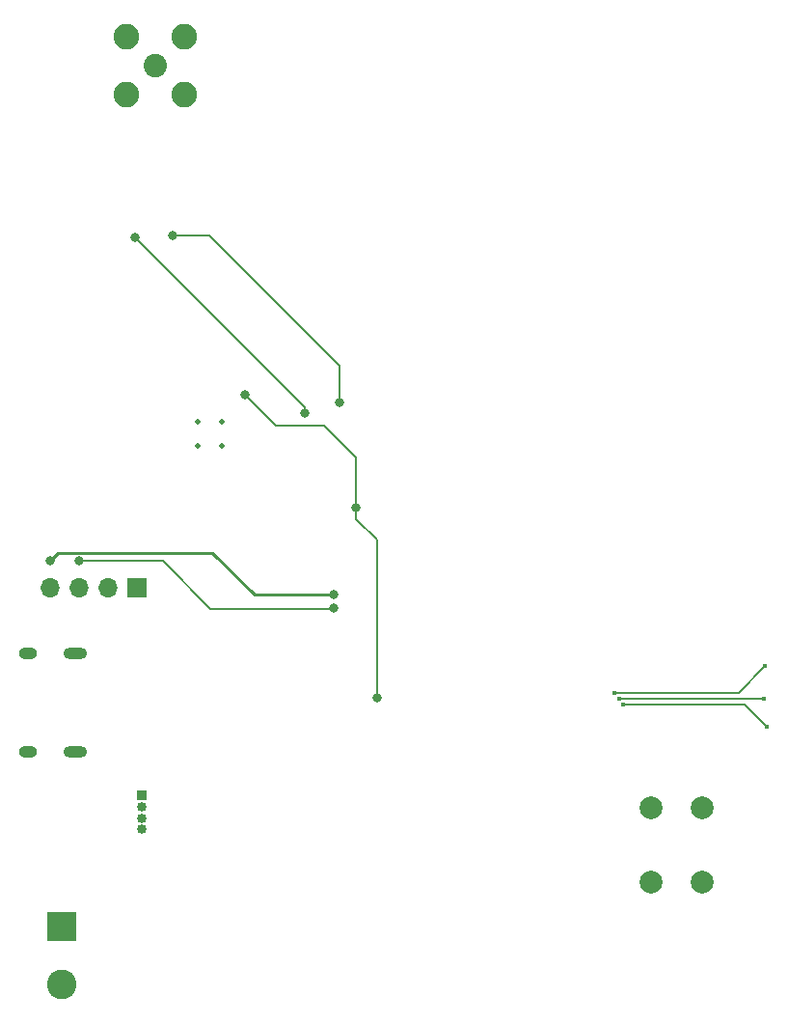
<source format=gbr>
%TF.GenerationSoftware,KiCad,Pcbnew,(6.0.6)*%
%TF.CreationDate,2023-03-24T13:47:12-05:00*%
%TF.ProjectId,DSAT_Telemetry_Board,44534154-5f54-4656-9c65-6d657472795f,rev?*%
%TF.SameCoordinates,Original*%
%TF.FileFunction,Copper,L4,Bot*%
%TF.FilePolarity,Positive*%
%FSLAX46Y46*%
G04 Gerber Fmt 4.6, Leading zero omitted, Abs format (unit mm)*
G04 Created by KiCad (PCBNEW (6.0.6)) date 2023-03-24 13:47:12*
%MOMM*%
%LPD*%
G01*
G04 APERTURE LIST*
%TA.AperFunction,ComponentPad*%
%ADD10O,2.100000X1.000000*%
%TD*%
%TA.AperFunction,ComponentPad*%
%ADD11O,1.600000X1.000000*%
%TD*%
%TA.AperFunction,ComponentPad*%
%ADD12C,0.500000*%
%TD*%
%TA.AperFunction,ComponentPad*%
%ADD13C,2.050000*%
%TD*%
%TA.AperFunction,ComponentPad*%
%ADD14C,2.250000*%
%TD*%
%TA.AperFunction,ComponentPad*%
%ADD15C,2.000000*%
%TD*%
%TA.AperFunction,ComponentPad*%
%ADD16C,2.600000*%
%TD*%
%TA.AperFunction,ComponentPad*%
%ADD17R,2.600000X2.600000*%
%TD*%
%TA.AperFunction,ComponentPad*%
%ADD18R,1.700000X1.700000*%
%TD*%
%TA.AperFunction,ComponentPad*%
%ADD19O,1.700000X1.700000*%
%TD*%
%TA.AperFunction,ComponentPad*%
%ADD20R,0.850000X0.850000*%
%TD*%
%TA.AperFunction,ComponentPad*%
%ADD21O,0.850000X0.850000*%
%TD*%
%TA.AperFunction,ViaPad*%
%ADD22C,0.800000*%
%TD*%
%TA.AperFunction,ViaPad*%
%ADD23C,0.400000*%
%TD*%
%TA.AperFunction,Conductor*%
%ADD24C,0.203200*%
%TD*%
%TA.AperFunction,Conductor*%
%ADD25C,0.293370*%
%TD*%
G04 APERTURE END LIST*
D10*
%TO.P,USB1,13,SHIELD*%
%TO.N,GND*%
X153456000Y-117118020D03*
D11*
X149276000Y-108478020D03*
X149276000Y-117118020D03*
D10*
X153456000Y-108478020D03*
%TD*%
D12*
%TO.P,U6,21,GND*%
%TO.N,GND*%
X164199994Y-88203759D03*
X166299994Y-88203759D03*
X164199994Y-90303759D03*
X166299994Y-90303759D03*
%TD*%
D13*
%TO.P,J2,1,In*%
%TO.N,/RX_Switch1/Antenna*%
X160450002Y-56936248D03*
D14*
%TO.P,J2,2,Ext*%
%TO.N,GND*%
X162990002Y-54396248D03*
X162990002Y-59476248D03*
X157910002Y-59476248D03*
X157910002Y-54396248D03*
%TD*%
D15*
%TO.P,SW1,1,1*%
%TO.N,/Microcontroller/NRST*%
X203951207Y-128550000D03*
X203951207Y-122050000D03*
%TO.P,SW1,2,2*%
%TO.N,GND*%
X208451207Y-122050000D03*
X208451207Y-128550000D03*
%TD*%
D16*
%TO.P,J3,2,Pin_2*%
%TO.N,GND*%
X152245000Y-137570000D03*
D17*
%TO.P,J3,1,Pin_1*%
%TO.N,VBUS*%
X152245000Y-132490000D03*
%TD*%
D18*
%TO.P,J1,1,Pin_1*%
%TO.N,/Microcontroller/I2C1_SDA*%
X158850000Y-102750000D03*
D19*
%TO.P,J1,2,Pin_2*%
%TO.N,/Microcontroller/I2C1_SCL*%
X156310000Y-102750000D03*
%TO.P,J1,3,Pin_3*%
%TO.N,/Microcontroller/I2C2_SDA*%
X153770000Y-102750000D03*
%TO.P,J1,4,Pin_4*%
%TO.N,/Microcontroller/I2C2_SCL*%
X151230000Y-102750000D03*
%TD*%
D20*
%TO.P,J5,1,Pin_1*%
%TO.N,+3.3V*%
X159250000Y-120950000D03*
D21*
%TO.P,J5,2,Pin_2*%
%TO.N,/Microcontroller/DEBUG_DIO*%
X159250000Y-121950000D03*
%TO.P,J5,3,Pin_3*%
%TO.N,/Microcontroller/DEBUG_CLK*%
X159250000Y-122950000D03*
%TO.P,J5,4,Pin_4*%
%TO.N,GND*%
X159250000Y-123950000D03*
%TD*%
D22*
%TO.N,/TX_En*%
X161974386Y-71878652D03*
X176594002Y-86484063D03*
%TO.N,/RX_En*%
X173594002Y-87426433D03*
X158694002Y-71980248D03*
%TO.N,/Microcontroller/I2C2_SDA*%
X176157207Y-104514000D03*
X153750000Y-100400000D03*
%TO.N,/Microcontroller/I2C2_SCL*%
X151200000Y-100350000D03*
X176150000Y-103350000D03*
D23*
%TO.N,/~{WDO}*%
X213851207Y-112508000D03*
X201162567Y-112448900D03*
%TO.N,/WDI*%
X201502959Y-112958500D03*
X214151207Y-114958000D03*
%TO.N,/WEN*%
X200801207Y-111948900D03*
X214001207Y-109608000D03*
D22*
%TO.N,/TX_SDN*%
X179951207Y-112408000D03*
X178050000Y-95750000D03*
X168294002Y-85780248D03*
%TD*%
D24*
%TO.N,/TX_En*%
X176594002Y-83288035D02*
X176594002Y-86484063D01*
X161974386Y-71878652D02*
X165184619Y-71878652D01*
X165184619Y-71878652D02*
X176594002Y-83288035D01*
%TO.N,/RX_En*%
X173594002Y-86880248D02*
X158694002Y-71980248D01*
X173594002Y-87426433D02*
X173594002Y-86880248D01*
%TO.N,/Microcontroller/I2C2_SDA*%
X165314000Y-104614000D02*
X161100000Y-100400000D01*
X161100000Y-100400000D02*
X153750000Y-100400000D01*
X176057207Y-104614000D02*
X165314000Y-104614000D01*
X176157207Y-104514000D02*
X176057207Y-104614000D01*
D25*
%TO.N,/Microcontroller/I2C2_SCL*%
X176136000Y-103364000D02*
X169155212Y-103364000D01*
X176150000Y-103350000D02*
X176136000Y-103364000D01*
X151896685Y-99653315D02*
X151200000Y-100350000D01*
X169155212Y-103364000D02*
X165444527Y-99653315D01*
X165444527Y-99653315D02*
X151896685Y-99653315D01*
D24*
%TO.N,/~{WDO}*%
X213792107Y-112448900D02*
X201162567Y-112448900D01*
X213851207Y-112508000D02*
X213792107Y-112448900D01*
%TO.N,/WDI*%
X214151207Y-114958000D02*
X212151707Y-112958500D01*
X212151707Y-112958500D02*
X201502959Y-112958500D01*
%TO.N,/WEN*%
X214001207Y-109608000D02*
X211651207Y-111958000D01*
X200802807Y-111947300D02*
X200801207Y-111948900D01*
X201370337Y-111947300D02*
X200802807Y-111947300D01*
X201381037Y-111958000D02*
X201370337Y-111947300D01*
X211651207Y-111958000D02*
X201381037Y-111958000D01*
%TO.N,/TX_SDN*%
X178050000Y-91334400D02*
X178050000Y-95750000D01*
X179951207Y-98537253D02*
X178108829Y-96694875D01*
X178108829Y-95808829D02*
X178050000Y-95750000D01*
X175270846Y-88555246D02*
X178028600Y-91313000D01*
X179951207Y-112408000D02*
X179951207Y-98537253D01*
X178108829Y-96694875D02*
X178108829Y-95808829D01*
X171069000Y-88555246D02*
X175270846Y-88555246D01*
X168294002Y-85780248D02*
X171069000Y-88555246D01*
%TD*%
M02*

</source>
